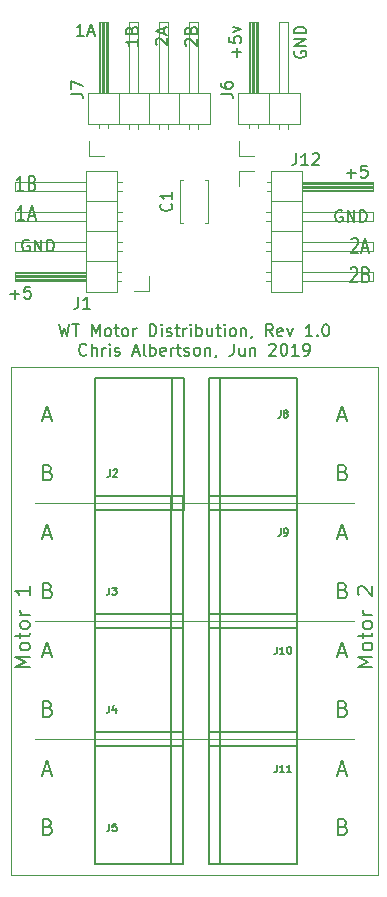
<source format=gbr>
G04 #@! TF.GenerationSoftware,KiCad,Pcbnew,(5.1.2-1)-1*
G04 #@! TF.CreationDate,2019-06-03T16:39:24-07:00*
G04 #@! TF.ProjectId,PowerDistribution,506f7765-7244-4697-9374-726962757469,rev?*
G04 #@! TF.SameCoordinates,Original*
G04 #@! TF.FileFunction,Legend,Top*
G04 #@! TF.FilePolarity,Positive*
%FSLAX46Y46*%
G04 Gerber Fmt 4.6, Leading zero omitted, Abs format (unit mm)*
G04 Created by KiCad (PCBNEW (5.1.2-1)-1) date 2019-06-03 16:39:24*
%MOMM*%
%LPD*%
G04 APERTURE LIST*
%ADD10C,0.120000*%
%ADD11C,0.150000*%
%ADD12C,0.203200*%
%ADD13C,0.127000*%
G04 APERTURE END LIST*
D10*
X111000000Y7500000D02*
X138000000Y7500000D01*
X111000000Y-12500000D02*
X138000000Y-12500000D01*
X111000000Y-2500000D02*
X138000000Y-2500000D01*
X109000000Y19000000D02*
X135000000Y19000000D01*
X109000000Y-24000000D02*
X109000000Y19000000D01*
X140000000Y-24000000D02*
X109000000Y-24000000D01*
X140000000Y19000000D02*
X140000000Y-24000000D01*
X135000000Y19000000D02*
X140000000Y19000000D01*
D11*
X137092857Y10092857D02*
X137278571Y10030952D01*
X137340476Y9969047D01*
X137402380Y9845238D01*
X137402380Y9659523D01*
X137340476Y9535714D01*
X137278571Y9473809D01*
X137154761Y9411904D01*
X136659523Y9411904D01*
X136659523Y10711904D01*
X137092857Y10711904D01*
X137216666Y10650000D01*
X137278571Y10588095D01*
X137340476Y10464285D01*
X137340476Y10340476D01*
X137278571Y10216666D01*
X137216666Y10154761D01*
X137092857Y10092857D01*
X136659523Y10092857D01*
X137092857Y92857D02*
X137278571Y30952D01*
X137340476Y-30952D01*
X137402380Y-154761D01*
X137402380Y-340476D01*
X137340476Y-464285D01*
X137278571Y-526190D01*
X137154761Y-588095D01*
X136659523Y-588095D01*
X136659523Y711904D01*
X137092857Y711904D01*
X137216666Y650000D01*
X137278571Y588095D01*
X137340476Y464285D01*
X137340476Y340476D01*
X137278571Y216666D01*
X137216666Y154761D01*
X137092857Y92857D01*
X136659523Y92857D01*
X137092857Y-9907142D02*
X137278571Y-9969047D01*
X137340476Y-10030952D01*
X137402380Y-10154761D01*
X137402380Y-10340476D01*
X137340476Y-10464285D01*
X137278571Y-10526190D01*
X137154761Y-10588095D01*
X136659523Y-10588095D01*
X136659523Y-9288095D01*
X137092857Y-9288095D01*
X137216666Y-9350000D01*
X137278571Y-9411904D01*
X137340476Y-9535714D01*
X137340476Y-9659523D01*
X137278571Y-9783333D01*
X137216666Y-9845238D01*
X137092857Y-9907142D01*
X136659523Y-9907142D01*
X137092857Y-19907142D02*
X137278571Y-19969047D01*
X137340476Y-20030952D01*
X137402380Y-20154761D01*
X137402380Y-20340476D01*
X137340476Y-20464285D01*
X137278571Y-20526190D01*
X137154761Y-20588095D01*
X136659523Y-20588095D01*
X136659523Y-19288095D01*
X137092857Y-19288095D01*
X137216666Y-19350000D01*
X137278571Y-19411904D01*
X137340476Y-19535714D01*
X137340476Y-19659523D01*
X137278571Y-19783333D01*
X137216666Y-19845238D01*
X137092857Y-19907142D01*
X136659523Y-19907142D01*
X112092857Y-19907142D02*
X112278571Y-19969047D01*
X112340476Y-20030952D01*
X112402380Y-20154761D01*
X112402380Y-20340476D01*
X112340476Y-20464285D01*
X112278571Y-20526190D01*
X112154761Y-20588095D01*
X111659523Y-20588095D01*
X111659523Y-19288095D01*
X112092857Y-19288095D01*
X112216666Y-19350000D01*
X112278571Y-19411904D01*
X112340476Y-19535714D01*
X112340476Y-19659523D01*
X112278571Y-19783333D01*
X112216666Y-19845238D01*
X112092857Y-19907142D01*
X111659523Y-19907142D01*
X112092857Y-9907142D02*
X112278571Y-9969047D01*
X112340476Y-10030952D01*
X112402380Y-10154761D01*
X112402380Y-10340476D01*
X112340476Y-10464285D01*
X112278571Y-10526190D01*
X112154761Y-10588095D01*
X111659523Y-10588095D01*
X111659523Y-9288095D01*
X112092857Y-9288095D01*
X112216666Y-9350000D01*
X112278571Y-9411904D01*
X112340476Y-9535714D01*
X112340476Y-9659523D01*
X112278571Y-9783333D01*
X112216666Y-9845238D01*
X112092857Y-9907142D01*
X111659523Y-9907142D01*
X112092857Y92857D02*
X112278571Y30952D01*
X112340476Y-30952D01*
X112402380Y-154761D01*
X112402380Y-340476D01*
X112340476Y-464285D01*
X112278571Y-526190D01*
X112154761Y-588095D01*
X111659523Y-588095D01*
X111659523Y711904D01*
X112092857Y711904D01*
X112216666Y650000D01*
X112278571Y588095D01*
X112340476Y464285D01*
X112340476Y340476D01*
X112278571Y216666D01*
X112216666Y154761D01*
X112092857Y92857D01*
X111659523Y92857D01*
X136690476Y-15216666D02*
X137309523Y-15216666D01*
X136566666Y-15588095D02*
X137000000Y-14288095D01*
X137433333Y-15588095D01*
X136690476Y-5216666D02*
X137309523Y-5216666D01*
X136566666Y-5588095D02*
X137000000Y-4288095D01*
X137433333Y-5588095D01*
X136690476Y4783333D02*
X137309523Y4783333D01*
X136566666Y4411904D02*
X137000000Y5711904D01*
X137433333Y4411904D01*
X136690476Y14783333D02*
X137309523Y14783333D01*
X136566666Y14411904D02*
X137000000Y15711904D01*
X137433333Y14411904D01*
X111690476Y-15216666D02*
X112309523Y-15216666D01*
X111566666Y-15588095D02*
X112000000Y-14288095D01*
X112433333Y-15588095D01*
X111690476Y-5216666D02*
X112309523Y-5216666D01*
X111566666Y-5588095D02*
X112000000Y-4288095D01*
X112433333Y-5588095D01*
X111690476Y4783333D02*
X112309523Y4783333D01*
X111566666Y4411904D02*
X112000000Y5711904D01*
X112433333Y4411904D01*
X112092857Y10092857D02*
X112278571Y10030952D01*
X112340476Y9969047D01*
X112402380Y9845238D01*
X112402380Y9659523D01*
X112340476Y9535714D01*
X112278571Y9473809D01*
X112154761Y9411904D01*
X111659523Y9411904D01*
X111659523Y10711904D01*
X112092857Y10711904D01*
X112216666Y10650000D01*
X112278571Y10588095D01*
X112340476Y10464285D01*
X112340476Y10340476D01*
X112278571Y10216666D01*
X112216666Y10154761D01*
X112092857Y10092857D01*
X111659523Y10092857D01*
X111690476Y14783333D02*
X112309523Y14783333D01*
X111566666Y14411904D02*
X112000000Y15711904D01*
X112433333Y14411904D01*
X113047619Y22622619D02*
X113285714Y21622619D01*
X113476190Y22336904D01*
X113666666Y21622619D01*
X113904761Y22622619D01*
X114142857Y22622619D02*
X114714285Y22622619D01*
X114428571Y21622619D02*
X114428571Y22622619D01*
X115809523Y21622619D02*
X115809523Y22622619D01*
X116142857Y21908333D01*
X116476190Y22622619D01*
X116476190Y21622619D01*
X117095238Y21622619D02*
X117000000Y21670238D01*
X116952380Y21717857D01*
X116904761Y21813095D01*
X116904761Y22098809D01*
X116952380Y22194047D01*
X117000000Y22241666D01*
X117095238Y22289285D01*
X117238095Y22289285D01*
X117333333Y22241666D01*
X117380952Y22194047D01*
X117428571Y22098809D01*
X117428571Y21813095D01*
X117380952Y21717857D01*
X117333333Y21670238D01*
X117238095Y21622619D01*
X117095238Y21622619D01*
X117714285Y22289285D02*
X118095238Y22289285D01*
X117857142Y22622619D02*
X117857142Y21765476D01*
X117904761Y21670238D01*
X118000000Y21622619D01*
X118095238Y21622619D01*
X118571428Y21622619D02*
X118476190Y21670238D01*
X118428571Y21717857D01*
X118380952Y21813095D01*
X118380952Y22098809D01*
X118428571Y22194047D01*
X118476190Y22241666D01*
X118571428Y22289285D01*
X118714285Y22289285D01*
X118809523Y22241666D01*
X118857142Y22194047D01*
X118904761Y22098809D01*
X118904761Y21813095D01*
X118857142Y21717857D01*
X118809523Y21670238D01*
X118714285Y21622619D01*
X118571428Y21622619D01*
X119333333Y21622619D02*
X119333333Y22289285D01*
X119333333Y22098809D02*
X119380952Y22194047D01*
X119428571Y22241666D01*
X119523809Y22289285D01*
X119619047Y22289285D01*
X120714285Y21622619D02*
X120714285Y22622619D01*
X120952380Y22622619D01*
X121095238Y22575000D01*
X121190476Y22479761D01*
X121238095Y22384523D01*
X121285714Y22194047D01*
X121285714Y22051190D01*
X121238095Y21860714D01*
X121190476Y21765476D01*
X121095238Y21670238D01*
X120952380Y21622619D01*
X120714285Y21622619D01*
X121714285Y21622619D02*
X121714285Y22289285D01*
X121714285Y22622619D02*
X121666666Y22575000D01*
X121714285Y22527380D01*
X121761904Y22575000D01*
X121714285Y22622619D01*
X121714285Y22527380D01*
X122142857Y21670238D02*
X122238095Y21622619D01*
X122428571Y21622619D01*
X122523809Y21670238D01*
X122571428Y21765476D01*
X122571428Y21813095D01*
X122523809Y21908333D01*
X122428571Y21955952D01*
X122285714Y21955952D01*
X122190476Y22003571D01*
X122142857Y22098809D01*
X122142857Y22146428D01*
X122190476Y22241666D01*
X122285714Y22289285D01*
X122428571Y22289285D01*
X122523809Y22241666D01*
X122857142Y22289285D02*
X123238095Y22289285D01*
X123000000Y22622619D02*
X123000000Y21765476D01*
X123047619Y21670238D01*
X123142857Y21622619D01*
X123238095Y21622619D01*
X123571428Y21622619D02*
X123571428Y22289285D01*
X123571428Y22098809D02*
X123619047Y22194047D01*
X123666666Y22241666D01*
X123761904Y22289285D01*
X123857142Y22289285D01*
X124190476Y21622619D02*
X124190476Y22289285D01*
X124190476Y22622619D02*
X124142857Y22575000D01*
X124190476Y22527380D01*
X124238095Y22575000D01*
X124190476Y22622619D01*
X124190476Y22527380D01*
X124666666Y21622619D02*
X124666666Y22622619D01*
X124666666Y22241666D02*
X124761904Y22289285D01*
X124952380Y22289285D01*
X125047619Y22241666D01*
X125095238Y22194047D01*
X125142857Y22098809D01*
X125142857Y21813095D01*
X125095238Y21717857D01*
X125047619Y21670238D01*
X124952380Y21622619D01*
X124761904Y21622619D01*
X124666666Y21670238D01*
X126000000Y22289285D02*
X126000000Y21622619D01*
X125571428Y22289285D02*
X125571428Y21765476D01*
X125619047Y21670238D01*
X125714285Y21622619D01*
X125857142Y21622619D01*
X125952380Y21670238D01*
X126000000Y21717857D01*
X126333333Y22289285D02*
X126714285Y22289285D01*
X126476190Y22622619D02*
X126476190Y21765476D01*
X126523809Y21670238D01*
X126619047Y21622619D01*
X126714285Y21622619D01*
X127047619Y21622619D02*
X127047619Y22289285D01*
X127047619Y22622619D02*
X127000000Y22575000D01*
X127047619Y22527380D01*
X127095238Y22575000D01*
X127047619Y22622619D01*
X127047619Y22527380D01*
X127666666Y21622619D02*
X127571428Y21670238D01*
X127523809Y21717857D01*
X127476190Y21813095D01*
X127476190Y22098809D01*
X127523809Y22194047D01*
X127571428Y22241666D01*
X127666666Y22289285D01*
X127809523Y22289285D01*
X127904761Y22241666D01*
X127952380Y22194047D01*
X128000000Y22098809D01*
X128000000Y21813095D01*
X127952380Y21717857D01*
X127904761Y21670238D01*
X127809523Y21622619D01*
X127666666Y21622619D01*
X128428571Y22289285D02*
X128428571Y21622619D01*
X128428571Y22194047D02*
X128476190Y22241666D01*
X128571428Y22289285D01*
X128714285Y22289285D01*
X128809523Y22241666D01*
X128857142Y22146428D01*
X128857142Y21622619D01*
X129380952Y21670238D02*
X129380952Y21622619D01*
X129333333Y21527380D01*
X129285714Y21479761D01*
X131142857Y21622619D02*
X130809523Y22098809D01*
X130571428Y21622619D02*
X130571428Y22622619D01*
X130952380Y22622619D01*
X131047619Y22575000D01*
X131095238Y22527380D01*
X131142857Y22432142D01*
X131142857Y22289285D01*
X131095238Y22194047D01*
X131047619Y22146428D01*
X130952380Y22098809D01*
X130571428Y22098809D01*
X131952380Y21670238D02*
X131857142Y21622619D01*
X131666666Y21622619D01*
X131571428Y21670238D01*
X131523809Y21765476D01*
X131523809Y22146428D01*
X131571428Y22241666D01*
X131666666Y22289285D01*
X131857142Y22289285D01*
X131952380Y22241666D01*
X132000000Y22146428D01*
X132000000Y22051190D01*
X131523809Y21955952D01*
X132333333Y22289285D02*
X132571428Y21622619D01*
X132809523Y22289285D01*
X134476190Y21622619D02*
X133904761Y21622619D01*
X134190476Y21622619D02*
X134190476Y22622619D01*
X134095238Y22479761D01*
X134000000Y22384523D01*
X133904761Y22336904D01*
X134904761Y21717857D02*
X134952380Y21670238D01*
X134904761Y21622619D01*
X134857142Y21670238D01*
X134904761Y21717857D01*
X134904761Y21622619D01*
X135571428Y22622619D02*
X135666666Y22622619D01*
X135761904Y22575000D01*
X135809523Y22527380D01*
X135857142Y22432142D01*
X135904761Y22241666D01*
X135904761Y22003571D01*
X135857142Y21813095D01*
X135809523Y21717857D01*
X135761904Y21670238D01*
X135666666Y21622619D01*
X135571428Y21622619D01*
X135476190Y21670238D01*
X135428571Y21717857D01*
X135380952Y21813095D01*
X135333333Y22003571D01*
X135333333Y22241666D01*
X135380952Y22432142D01*
X135428571Y22527380D01*
X135476190Y22575000D01*
X135571428Y22622619D01*
X115357142Y20067857D02*
X115309523Y20020238D01*
X115166666Y19972619D01*
X115071428Y19972619D01*
X114928571Y20020238D01*
X114833333Y20115476D01*
X114785714Y20210714D01*
X114738095Y20401190D01*
X114738095Y20544047D01*
X114785714Y20734523D01*
X114833333Y20829761D01*
X114928571Y20925000D01*
X115071428Y20972619D01*
X115166666Y20972619D01*
X115309523Y20925000D01*
X115357142Y20877380D01*
X115785714Y19972619D02*
X115785714Y20972619D01*
X116214285Y19972619D02*
X116214285Y20496428D01*
X116166666Y20591666D01*
X116071428Y20639285D01*
X115928571Y20639285D01*
X115833333Y20591666D01*
X115785714Y20544047D01*
X116690476Y19972619D02*
X116690476Y20639285D01*
X116690476Y20448809D02*
X116738095Y20544047D01*
X116785714Y20591666D01*
X116880952Y20639285D01*
X116976190Y20639285D01*
X117309523Y19972619D02*
X117309523Y20639285D01*
X117309523Y20972619D02*
X117261904Y20925000D01*
X117309523Y20877380D01*
X117357142Y20925000D01*
X117309523Y20972619D01*
X117309523Y20877380D01*
X117738095Y20020238D02*
X117833333Y19972619D01*
X118023809Y19972619D01*
X118119047Y20020238D01*
X118166666Y20115476D01*
X118166666Y20163095D01*
X118119047Y20258333D01*
X118023809Y20305952D01*
X117880952Y20305952D01*
X117785714Y20353571D01*
X117738095Y20448809D01*
X117738095Y20496428D01*
X117785714Y20591666D01*
X117880952Y20639285D01*
X118023809Y20639285D01*
X118119047Y20591666D01*
X119309523Y20258333D02*
X119785714Y20258333D01*
X119214285Y19972619D02*
X119547619Y20972619D01*
X119880952Y19972619D01*
X120357142Y19972619D02*
X120261904Y20020238D01*
X120214285Y20115476D01*
X120214285Y20972619D01*
X120738095Y19972619D02*
X120738095Y20972619D01*
X120738095Y20591666D02*
X120833333Y20639285D01*
X121023809Y20639285D01*
X121119047Y20591666D01*
X121166666Y20544047D01*
X121214285Y20448809D01*
X121214285Y20163095D01*
X121166666Y20067857D01*
X121119047Y20020238D01*
X121023809Y19972619D01*
X120833333Y19972619D01*
X120738095Y20020238D01*
X122023809Y20020238D02*
X121928571Y19972619D01*
X121738095Y19972619D01*
X121642857Y20020238D01*
X121595238Y20115476D01*
X121595238Y20496428D01*
X121642857Y20591666D01*
X121738095Y20639285D01*
X121928571Y20639285D01*
X122023809Y20591666D01*
X122071428Y20496428D01*
X122071428Y20401190D01*
X121595238Y20305952D01*
X122500000Y19972619D02*
X122500000Y20639285D01*
X122500000Y20448809D02*
X122547619Y20544047D01*
X122595238Y20591666D01*
X122690476Y20639285D01*
X122785714Y20639285D01*
X122976190Y20639285D02*
X123357142Y20639285D01*
X123119047Y20972619D02*
X123119047Y20115476D01*
X123166666Y20020238D01*
X123261904Y19972619D01*
X123357142Y19972619D01*
X123642857Y20020238D02*
X123738095Y19972619D01*
X123928571Y19972619D01*
X124023809Y20020238D01*
X124071428Y20115476D01*
X124071428Y20163095D01*
X124023809Y20258333D01*
X123928571Y20305952D01*
X123785714Y20305952D01*
X123690476Y20353571D01*
X123642857Y20448809D01*
X123642857Y20496428D01*
X123690476Y20591666D01*
X123785714Y20639285D01*
X123928571Y20639285D01*
X124023809Y20591666D01*
X124642857Y19972619D02*
X124547619Y20020238D01*
X124500000Y20067857D01*
X124452380Y20163095D01*
X124452380Y20448809D01*
X124500000Y20544047D01*
X124547619Y20591666D01*
X124642857Y20639285D01*
X124785714Y20639285D01*
X124880952Y20591666D01*
X124928571Y20544047D01*
X124976190Y20448809D01*
X124976190Y20163095D01*
X124928571Y20067857D01*
X124880952Y20020238D01*
X124785714Y19972619D01*
X124642857Y19972619D01*
X125404761Y20639285D02*
X125404761Y19972619D01*
X125404761Y20544047D02*
X125452380Y20591666D01*
X125547619Y20639285D01*
X125690476Y20639285D01*
X125785714Y20591666D01*
X125833333Y20496428D01*
X125833333Y19972619D01*
X126357142Y20020238D02*
X126357142Y19972619D01*
X126309523Y19877380D01*
X126261904Y19829761D01*
X127833333Y20972619D02*
X127833333Y20258333D01*
X127785714Y20115476D01*
X127690476Y20020238D01*
X127547619Y19972619D01*
X127452380Y19972619D01*
X128738095Y20639285D02*
X128738095Y19972619D01*
X128309523Y20639285D02*
X128309523Y20115476D01*
X128357142Y20020238D01*
X128452380Y19972619D01*
X128595238Y19972619D01*
X128690476Y20020238D01*
X128738095Y20067857D01*
X129214285Y20639285D02*
X129214285Y19972619D01*
X129214285Y20544047D02*
X129261904Y20591666D01*
X129357142Y20639285D01*
X129500000Y20639285D01*
X129595238Y20591666D01*
X129642857Y20496428D01*
X129642857Y19972619D01*
X130833333Y20877380D02*
X130880952Y20925000D01*
X130976190Y20972619D01*
X131214285Y20972619D01*
X131309523Y20925000D01*
X131357142Y20877380D01*
X131404761Y20782142D01*
X131404761Y20686904D01*
X131357142Y20544047D01*
X130785714Y19972619D01*
X131404761Y19972619D01*
X132023809Y20972619D02*
X132119047Y20972619D01*
X132214285Y20925000D01*
X132261904Y20877380D01*
X132309523Y20782142D01*
X132357142Y20591666D01*
X132357142Y20353571D01*
X132309523Y20163095D01*
X132261904Y20067857D01*
X132214285Y20020238D01*
X132119047Y19972619D01*
X132023809Y19972619D01*
X131928571Y20020238D01*
X131880952Y20067857D01*
X131833333Y20163095D01*
X131785714Y20353571D01*
X131785714Y20591666D01*
X131833333Y20782142D01*
X131880952Y20877380D01*
X131928571Y20925000D01*
X132023809Y20972619D01*
X133309523Y19972619D02*
X132738095Y19972619D01*
X133023809Y19972619D02*
X133023809Y20972619D01*
X132928571Y20829761D01*
X132833333Y20734523D01*
X132738095Y20686904D01*
X133785714Y19972619D02*
X133976190Y19972619D01*
X134071428Y20020238D01*
X134119047Y20067857D01*
X134214285Y20210714D01*
X134261904Y20401190D01*
X134261904Y20782142D01*
X134214285Y20877380D01*
X134166666Y20925000D01*
X134071428Y20972619D01*
X133880952Y20972619D01*
X133785714Y20925000D01*
X133738095Y20877380D01*
X133690476Y20782142D01*
X133690476Y20544047D01*
X133738095Y20448809D01*
X133785714Y20401190D01*
X133880952Y20353571D01*
X134071428Y20353571D01*
X134166666Y20401190D01*
X134214285Y20448809D01*
X134261904Y20544047D01*
X139565476Y-6363095D02*
X138315476Y-6363095D01*
X139208333Y-5946428D01*
X138315476Y-5529761D01*
X139565476Y-5529761D01*
X139565476Y-4755952D02*
X139505952Y-4875000D01*
X139446428Y-4934523D01*
X139327380Y-4994047D01*
X138970238Y-4994047D01*
X138851190Y-4934523D01*
X138791666Y-4875000D01*
X138732142Y-4755952D01*
X138732142Y-4577380D01*
X138791666Y-4458333D01*
X138851190Y-4398809D01*
X138970238Y-4339285D01*
X139327380Y-4339285D01*
X139446428Y-4398809D01*
X139505952Y-4458333D01*
X139565476Y-4577380D01*
X139565476Y-4755952D01*
X138732142Y-3982142D02*
X138732142Y-3505952D01*
X138315476Y-3803571D02*
X139386904Y-3803571D01*
X139505952Y-3744047D01*
X139565476Y-3625000D01*
X139565476Y-3505952D01*
X139565476Y-2910714D02*
X139505952Y-3029761D01*
X139446428Y-3089285D01*
X139327380Y-3148809D01*
X138970238Y-3148809D01*
X138851190Y-3089285D01*
X138791666Y-3029761D01*
X138732142Y-2910714D01*
X138732142Y-2732142D01*
X138791666Y-2613095D01*
X138851190Y-2553571D01*
X138970238Y-2494047D01*
X139327380Y-2494047D01*
X139446428Y-2553571D01*
X139505952Y-2613095D01*
X139565476Y-2732142D01*
X139565476Y-2910714D01*
X139565476Y-1958333D02*
X138732142Y-1958333D01*
X138970238Y-1958333D02*
X138851190Y-1898809D01*
X138791666Y-1839285D01*
X138732142Y-1720238D01*
X138732142Y-1601190D01*
X138434523Y-291666D02*
X138375000Y-232142D01*
X138315476Y-113095D01*
X138315476Y184523D01*
X138375000Y303571D01*
X138434523Y363095D01*
X138553571Y422619D01*
X138672619Y422619D01*
X138851190Y363095D01*
X139565476Y-351190D01*
X139565476Y422619D01*
X110560952Y-6363095D02*
X109320952Y-6363095D01*
X110206666Y-5946428D01*
X109320952Y-5529761D01*
X110560952Y-5529761D01*
X110560952Y-4755952D02*
X110501904Y-4875000D01*
X110442857Y-4934523D01*
X110324761Y-4994047D01*
X109970476Y-4994047D01*
X109852380Y-4934523D01*
X109793333Y-4875000D01*
X109734285Y-4755952D01*
X109734285Y-4577380D01*
X109793333Y-4458333D01*
X109852380Y-4398809D01*
X109970476Y-4339285D01*
X110324761Y-4339285D01*
X110442857Y-4398809D01*
X110501904Y-4458333D01*
X110560952Y-4577380D01*
X110560952Y-4755952D01*
X109734285Y-3982142D02*
X109734285Y-3505952D01*
X109320952Y-3803571D02*
X110383809Y-3803571D01*
X110501904Y-3744047D01*
X110560952Y-3625000D01*
X110560952Y-3505952D01*
X110560952Y-2910714D02*
X110501904Y-3029761D01*
X110442857Y-3089285D01*
X110324761Y-3148809D01*
X109970476Y-3148809D01*
X109852380Y-3089285D01*
X109793333Y-3029761D01*
X109734285Y-2910714D01*
X109734285Y-2732142D01*
X109793333Y-2613095D01*
X109852380Y-2553571D01*
X109970476Y-2494047D01*
X110324761Y-2494047D01*
X110442857Y-2553571D01*
X110501904Y-2613095D01*
X110560952Y-2732142D01*
X110560952Y-2910714D01*
X110560952Y-1958333D02*
X109734285Y-1958333D01*
X109970476Y-1958333D02*
X109852380Y-1898809D01*
X109793333Y-1839285D01*
X109734285Y-1720238D01*
X109734285Y-1601190D01*
X110560952Y422619D02*
X110560952Y-291666D01*
X110560952Y65476D02*
X109320952Y65476D01*
X109498095Y-53571D01*
X109616190Y-172619D01*
X109675238Y-291666D01*
X123797619Y46214285D02*
X123750000Y46261904D01*
X123702380Y46357142D01*
X123702380Y46595238D01*
X123750000Y46690476D01*
X123797619Y46738095D01*
X123892857Y46785714D01*
X123988095Y46785714D01*
X124130952Y46738095D01*
X124702380Y46166666D01*
X124702380Y46785714D01*
X124178571Y47547619D02*
X124226190Y47690476D01*
X124273809Y47738095D01*
X124369047Y47785714D01*
X124511904Y47785714D01*
X124607142Y47738095D01*
X124654761Y47690476D01*
X124702380Y47595238D01*
X124702380Y47214285D01*
X123702380Y47214285D01*
X123702380Y47547619D01*
X123750000Y47642857D01*
X123797619Y47690476D01*
X123892857Y47738095D01*
X123988095Y47738095D01*
X124083333Y47690476D01*
X124130952Y47642857D01*
X124178571Y47547619D01*
X124178571Y47214285D01*
X121297619Y46285714D02*
X121250000Y46333333D01*
X121202380Y46428571D01*
X121202380Y46666666D01*
X121250000Y46761904D01*
X121297619Y46809523D01*
X121392857Y46857142D01*
X121488095Y46857142D01*
X121630952Y46809523D01*
X122202380Y46238095D01*
X122202380Y46857142D01*
X121916666Y47238095D02*
X121916666Y47714285D01*
X122202380Y47142857D02*
X121202380Y47476190D01*
X122202380Y47809523D01*
X119702380Y46785714D02*
X119702380Y46214285D01*
X119702380Y46500000D02*
X118702380Y46500000D01*
X118845238Y46404761D01*
X118940476Y46309523D01*
X118988095Y46214285D01*
X119178571Y47547619D02*
X119226190Y47690476D01*
X119273809Y47738095D01*
X119369047Y47785714D01*
X119511904Y47785714D01*
X119607142Y47738095D01*
X119654761Y47690476D01*
X119702380Y47595238D01*
X119702380Y47214285D01*
X118702380Y47214285D01*
X118702380Y47547619D01*
X118750000Y47642857D01*
X118797619Y47690476D01*
X118892857Y47738095D01*
X118988095Y47738095D01*
X119083333Y47690476D01*
X119130952Y47642857D01*
X119178571Y47547619D01*
X119178571Y47214285D01*
X115107142Y47047619D02*
X114535714Y47047619D01*
X114821428Y47047619D02*
X114821428Y48047619D01*
X114726190Y47904761D01*
X114630952Y47809523D01*
X114535714Y47761904D01*
X115488095Y47333333D02*
X115964285Y47333333D01*
X115392857Y47047619D02*
X115726190Y48047619D01*
X116059523Y47047619D01*
X108892857Y25178571D02*
X109654761Y25178571D01*
X109273809Y24797619D02*
X109273809Y25559523D01*
X110607142Y25797619D02*
X110130952Y25797619D01*
X110083333Y25321428D01*
X110130952Y25369047D01*
X110226190Y25416666D01*
X110464285Y25416666D01*
X110559523Y25369047D01*
X110607142Y25321428D01*
X110654761Y25226190D01*
X110654761Y24988095D01*
X110607142Y24892857D01*
X110559523Y24845238D01*
X110464285Y24797619D01*
X110226190Y24797619D01*
X110130952Y24845238D01*
X110083333Y24892857D01*
X137392857Y35428571D02*
X138154761Y35428571D01*
X137773809Y35047619D02*
X137773809Y35809523D01*
X139107142Y36047619D02*
X138630952Y36047619D01*
X138583333Y35571428D01*
X138630952Y35619047D01*
X138726190Y35666666D01*
X138964285Y35666666D01*
X139059523Y35619047D01*
X139107142Y35571428D01*
X139154761Y35476190D01*
X139154761Y35238095D01*
X139107142Y35142857D01*
X139059523Y35095238D01*
X138964285Y35047619D01*
X138726190Y35047619D01*
X138630952Y35095238D01*
X138583333Y35142857D01*
X137714285Y27315476D02*
X137761904Y27375000D01*
X137857142Y27434523D01*
X138095238Y27434523D01*
X138190476Y27375000D01*
X138238095Y27315476D01*
X138285714Y27196428D01*
X138285714Y27077380D01*
X138238095Y26898809D01*
X137666666Y26184523D01*
X138285714Y26184523D01*
X139047619Y26839285D02*
X139190476Y26779761D01*
X139238095Y26720238D01*
X139285714Y26601190D01*
X139285714Y26422619D01*
X139238095Y26303571D01*
X139190476Y26244047D01*
X139095238Y26184523D01*
X138714285Y26184523D01*
X138714285Y27434523D01*
X139047619Y27434523D01*
X139142857Y27375000D01*
X139190476Y27315476D01*
X139238095Y27196428D01*
X139238095Y27077380D01*
X139190476Y26958333D01*
X139142857Y26898809D01*
X139047619Y26839285D01*
X138714285Y26839285D01*
X137785714Y29815476D02*
X137833333Y29875000D01*
X137928571Y29934523D01*
X138166666Y29934523D01*
X138261904Y29875000D01*
X138309523Y29815476D01*
X138357142Y29696428D01*
X138357142Y29577380D01*
X138309523Y29398809D01*
X137738095Y28684523D01*
X138357142Y28684523D01*
X138738095Y29041666D02*
X139214285Y29041666D01*
X138642857Y28684523D02*
X138976190Y29934523D01*
X139309523Y28684523D01*
X110035714Y33934523D02*
X109464285Y33934523D01*
X109750000Y33934523D02*
X109750000Y35184523D01*
X109654761Y35005952D01*
X109559523Y34886904D01*
X109464285Y34827380D01*
X110797619Y34589285D02*
X110940476Y34529761D01*
X110988095Y34470238D01*
X111035714Y34351190D01*
X111035714Y34172619D01*
X110988095Y34053571D01*
X110940476Y33994047D01*
X110845238Y33934523D01*
X110464285Y33934523D01*
X110464285Y35184523D01*
X110797619Y35184523D01*
X110892857Y35125000D01*
X110940476Y35065476D01*
X110988095Y34946428D01*
X110988095Y34827380D01*
X110940476Y34708333D01*
X110892857Y34648809D01*
X110797619Y34589285D01*
X110464285Y34589285D01*
X110107142Y31434523D02*
X109535714Y31434523D01*
X109821428Y31434523D02*
X109821428Y32684523D01*
X109726190Y32505952D01*
X109630952Y32386904D01*
X109535714Y32327380D01*
X110488095Y31791666D02*
X110964285Y31791666D01*
X110392857Y31434523D02*
X110726190Y32684523D01*
X111059523Y31434523D01*
X110488095Y29750000D02*
X110392857Y29797619D01*
X110250000Y29797619D01*
X110107142Y29750000D01*
X110011904Y29654761D01*
X109964285Y29559523D01*
X109916666Y29369047D01*
X109916666Y29226190D01*
X109964285Y29035714D01*
X110011904Y28940476D01*
X110107142Y28845238D01*
X110250000Y28797619D01*
X110345238Y28797619D01*
X110488095Y28845238D01*
X110535714Y28892857D01*
X110535714Y29226190D01*
X110345238Y29226190D01*
X110964285Y28797619D02*
X110964285Y29797619D01*
X111535714Y28797619D01*
X111535714Y29797619D01*
X112011904Y28797619D02*
X112011904Y29797619D01*
X112250000Y29797619D01*
X112392857Y29750000D01*
X112488095Y29654761D01*
X112535714Y29559523D01*
X112583333Y29369047D01*
X112583333Y29226190D01*
X112535714Y29035714D01*
X112488095Y28940476D01*
X112392857Y28845238D01*
X112250000Y28797619D01*
X112011904Y28797619D01*
X136988095Y32250000D02*
X136892857Y32297619D01*
X136750000Y32297619D01*
X136607142Y32250000D01*
X136511904Y32154761D01*
X136464285Y32059523D01*
X136416666Y31869047D01*
X136416666Y31726190D01*
X136464285Y31535714D01*
X136511904Y31440476D01*
X136607142Y31345238D01*
X136750000Y31297619D01*
X136845238Y31297619D01*
X136988095Y31345238D01*
X137035714Y31392857D01*
X137035714Y31726190D01*
X136845238Y31726190D01*
X137464285Y31297619D02*
X137464285Y32297619D01*
X138035714Y31297619D01*
X138035714Y32297619D01*
X138511904Y31297619D02*
X138511904Y32297619D01*
X138750000Y32297619D01*
X138892857Y32250000D01*
X138988095Y32154761D01*
X139035714Y32059523D01*
X139083333Y31869047D01*
X139083333Y31726190D01*
X139035714Y31535714D01*
X138988095Y31440476D01*
X138892857Y31345238D01*
X138750000Y31297619D01*
X138511904Y31297619D01*
X133000000Y45738095D02*
X132952380Y45642857D01*
X132952380Y45500000D01*
X133000000Y45357142D01*
X133095238Y45261904D01*
X133190476Y45214285D01*
X133380952Y45166666D01*
X133523809Y45166666D01*
X133714285Y45214285D01*
X133809523Y45261904D01*
X133904761Y45357142D01*
X133952380Y45500000D01*
X133952380Y45595238D01*
X133904761Y45738095D01*
X133857142Y45785714D01*
X133523809Y45785714D01*
X133523809Y45595238D01*
X133952380Y46214285D02*
X132952380Y46214285D01*
X133952380Y46785714D01*
X132952380Y46785714D01*
X133952380Y47261904D02*
X132952380Y47261904D01*
X132952380Y47500000D01*
X133000000Y47642857D01*
X133095238Y47738095D01*
X133190476Y47785714D01*
X133380952Y47833333D01*
X133523809Y47833333D01*
X133714285Y47785714D01*
X133809523Y47738095D01*
X133904761Y47642857D01*
X133952380Y47500000D01*
X133952380Y47261904D01*
X128071428Y45261904D02*
X128071428Y46023809D01*
X128452380Y45642857D02*
X127690476Y45642857D01*
X127452380Y46976190D02*
X127452380Y46500000D01*
X127928571Y46452380D01*
X127880952Y46500000D01*
X127833333Y46595238D01*
X127833333Y46833333D01*
X127880952Y46928571D01*
X127928571Y46976190D01*
X128023809Y47023809D01*
X128261904Y47023809D01*
X128357142Y46976190D01*
X128404761Y46928571D01*
X128452380Y46833333D01*
X128452380Y46595238D01*
X128404761Y46500000D01*
X128357142Y46452380D01*
X127785714Y47357142D02*
X128452380Y47595238D01*
X127785714Y47833333D01*
D12*
X126701300Y-23097520D02*
X126701300Y-11901200D01*
X126701300Y-11901200D02*
X133198620Y-11901200D01*
X125700540Y-11901200D02*
X126701300Y-11901200D01*
X125700540Y-23097520D02*
X125700540Y-11901200D01*
X126701300Y-23097520D02*
X125700540Y-23097520D01*
X133198620Y-23097520D02*
X126701300Y-23097520D01*
X133198620Y-11901200D02*
X133198620Y-23097520D01*
X126701300Y-13097520D02*
X126701300Y-1901200D01*
X126701300Y-1901200D02*
X133198620Y-1901200D01*
X125700540Y-1901200D02*
X126701300Y-1901200D01*
X125700540Y-13097520D02*
X125700540Y-1901200D01*
X126701300Y-13097520D02*
X125700540Y-13097520D01*
X133198620Y-13097520D02*
X126701300Y-13097520D01*
X133198620Y-1901200D02*
X133198620Y-13097520D01*
X126701300Y-3097520D02*
X126701300Y8098800D01*
X126701300Y8098800D02*
X133198620Y8098800D01*
X125700540Y8098800D02*
X126701300Y8098800D01*
X125700540Y-3097520D02*
X125700540Y8098800D01*
X126701300Y-3097520D02*
X125700540Y-3097520D01*
X133198620Y-3097520D02*
X126701300Y-3097520D01*
X133198620Y8098800D02*
X133198620Y-3097520D01*
X126701300Y6902480D02*
X126701300Y18098800D01*
X126701300Y18098800D02*
X133198620Y18098800D01*
X125700540Y18098800D02*
X126701300Y18098800D01*
X125700540Y6902480D02*
X125700540Y18098800D01*
X126701300Y6902480D02*
X125700540Y6902480D01*
X133198620Y6902480D02*
X126701300Y6902480D01*
X133198620Y18098800D02*
X133198620Y6902480D01*
X122548700Y-11902480D02*
X122548700Y-23098800D01*
X122548700Y-23098800D02*
X116051380Y-23098800D01*
X123549460Y-23098800D02*
X122548700Y-23098800D01*
X123549460Y-11902480D02*
X123549460Y-23098800D01*
X122548700Y-11902480D02*
X123549460Y-11902480D01*
X116051380Y-11902480D02*
X122548700Y-11902480D01*
X116051380Y-23098800D02*
X116051380Y-11902480D01*
X122548700Y-1902480D02*
X122548700Y-13098800D01*
X122548700Y-13098800D02*
X116051380Y-13098800D01*
X123549460Y-13098800D02*
X122548700Y-13098800D01*
X123549460Y-1902480D02*
X123549460Y-13098800D01*
X122548700Y-1902480D02*
X123549460Y-1902480D01*
X116051380Y-1902480D02*
X122548700Y-1902480D01*
X116051380Y-13098800D02*
X116051380Y-1902480D01*
X122548700Y8097520D02*
X122548700Y-3098800D01*
X122548700Y-3098800D02*
X116051380Y-3098800D01*
X123549460Y-3098800D02*
X122548700Y-3098800D01*
X123549460Y8097520D02*
X123549460Y-3098800D01*
X122548700Y8097520D02*
X123549460Y8097520D01*
X116051380Y8097520D02*
X122548700Y8097520D01*
X116051380Y-3098800D02*
X116051380Y8097520D01*
X122583700Y18097520D02*
X122583700Y6901200D01*
X122583700Y6901200D02*
X116086380Y6901200D01*
X123584460Y6901200D02*
X122583700Y6901200D01*
X123584460Y18097520D02*
X123584460Y6901200D01*
X122583700Y18097520D02*
X123584460Y18097520D01*
X116086380Y18097520D02*
X122583700Y18097520D01*
X116086380Y6901200D02*
X116086380Y18097520D01*
D10*
X125385000Y34820000D02*
X125630000Y34820000D01*
X123290000Y34820000D02*
X123535000Y34820000D01*
X125385000Y31180000D02*
X125630000Y31180000D01*
X123290000Y31180000D02*
X123535000Y31180000D01*
X125630000Y31180000D02*
X125630000Y34820000D01*
X123290000Y31180000D02*
X123290000Y34820000D01*
X120650000Y25400000D02*
X119380000Y25400000D01*
X120650000Y26670000D02*
X120650000Y25400000D01*
X118337071Y34670000D02*
X117940000Y34670000D01*
X118337071Y33910000D02*
X117940000Y33910000D01*
X109280000Y34670000D02*
X115280000Y34670000D01*
X109280000Y33910000D02*
X109280000Y34670000D01*
X115280000Y33910000D02*
X109280000Y33910000D01*
X117940000Y33020000D02*
X115280000Y33020000D01*
X118337071Y32130000D02*
X117940000Y32130000D01*
X118337071Y31370000D02*
X117940000Y31370000D01*
X109280000Y32130000D02*
X115280000Y32130000D01*
X109280000Y31370000D02*
X109280000Y32130000D01*
X115280000Y31370000D02*
X109280000Y31370000D01*
X117940000Y30480000D02*
X115280000Y30480000D01*
X118337071Y29590000D02*
X117940000Y29590000D01*
X118337071Y28830000D02*
X117940000Y28830000D01*
X109280000Y29590000D02*
X115280000Y29590000D01*
X109280000Y28830000D02*
X109280000Y29590000D01*
X115280000Y28830000D02*
X109280000Y28830000D01*
X117940000Y27940000D02*
X115280000Y27940000D01*
X118270000Y27050000D02*
X117940000Y27050000D01*
X118270000Y26290000D02*
X117940000Y26290000D01*
X115280000Y26950000D02*
X109280000Y26950000D01*
X115280000Y26830000D02*
X109280000Y26830000D01*
X115280000Y26710000D02*
X109280000Y26710000D01*
X115280000Y26590000D02*
X109280000Y26590000D01*
X115280000Y26470000D02*
X109280000Y26470000D01*
X115280000Y26350000D02*
X109280000Y26350000D01*
X109280000Y27050000D02*
X115280000Y27050000D01*
X109280000Y26290000D02*
X109280000Y27050000D01*
X115280000Y26290000D02*
X109280000Y26290000D01*
X115280000Y25340000D02*
X117940000Y25340000D01*
X115280000Y35620000D02*
X115280000Y25340000D01*
X117940000Y35620000D02*
X115280000Y35620000D01*
X117940000Y25340000D02*
X117940000Y35620000D01*
X128270000Y36830000D02*
X128270000Y38100000D01*
X129540000Y36830000D02*
X128270000Y36830000D01*
X132460000Y39142929D02*
X132460000Y39540000D01*
X131700000Y39142929D02*
X131700000Y39540000D01*
X132460000Y48200000D02*
X132460000Y42200000D01*
X131700000Y48200000D02*
X132460000Y48200000D01*
X131700000Y42200000D02*
X131700000Y48200000D01*
X130810000Y39540000D02*
X130810000Y42200000D01*
X129920000Y39210000D02*
X129920000Y39540000D01*
X129160000Y39210000D02*
X129160000Y39540000D01*
X129820000Y42200000D02*
X129820000Y48200000D01*
X129700000Y42200000D02*
X129700000Y48200000D01*
X129580000Y42200000D02*
X129580000Y48200000D01*
X129460000Y42200000D02*
X129460000Y48200000D01*
X129340000Y42200000D02*
X129340000Y48200000D01*
X129220000Y42200000D02*
X129220000Y48200000D01*
X129920000Y48200000D02*
X129920000Y42200000D01*
X129160000Y48200000D02*
X129920000Y48200000D01*
X129160000Y42200000D02*
X129160000Y48200000D01*
X128210000Y42200000D02*
X128210000Y39540000D01*
X133410000Y42200000D02*
X128210000Y42200000D01*
X133410000Y39540000D02*
X133410000Y42200000D01*
X128210000Y39540000D02*
X133410000Y39540000D01*
X115570000Y36830000D02*
X115570000Y38100000D01*
X116840000Y36830000D02*
X115570000Y36830000D01*
X124840000Y39142929D02*
X124840000Y39540000D01*
X124080000Y39142929D02*
X124080000Y39540000D01*
X124840000Y48200000D02*
X124840000Y42200000D01*
X124080000Y48200000D02*
X124840000Y48200000D01*
X124080000Y42200000D02*
X124080000Y48200000D01*
X123190000Y39540000D02*
X123190000Y42200000D01*
X122300000Y39142929D02*
X122300000Y39540000D01*
X121540000Y39142929D02*
X121540000Y39540000D01*
X122300000Y48200000D02*
X122300000Y42200000D01*
X121540000Y48200000D02*
X122300000Y48200000D01*
X121540000Y42200000D02*
X121540000Y48200000D01*
X120650000Y39540000D02*
X120650000Y42200000D01*
X119760000Y39142929D02*
X119760000Y39540000D01*
X119000000Y39142929D02*
X119000000Y39540000D01*
X119760000Y48200000D02*
X119760000Y42200000D01*
X119000000Y48200000D02*
X119760000Y48200000D01*
X119000000Y42200000D02*
X119000000Y48200000D01*
X118110000Y39540000D02*
X118110000Y42200000D01*
X117220000Y39210000D02*
X117220000Y39540000D01*
X116460000Y39210000D02*
X116460000Y39540000D01*
X117120000Y42200000D02*
X117120000Y48200000D01*
X117000000Y42200000D02*
X117000000Y48200000D01*
X116880000Y42200000D02*
X116880000Y48200000D01*
X116760000Y42200000D02*
X116760000Y48200000D01*
X116640000Y42200000D02*
X116640000Y48200000D01*
X116520000Y42200000D02*
X116520000Y48200000D01*
X117220000Y48200000D02*
X117220000Y42200000D01*
X116460000Y48200000D02*
X117220000Y48200000D01*
X116460000Y42200000D02*
X116460000Y48200000D01*
X115510000Y42200000D02*
X115510000Y39540000D01*
X125790000Y42200000D02*
X115510000Y42200000D01*
X125790000Y39540000D02*
X125790000Y42200000D01*
X115510000Y39540000D02*
X125790000Y39540000D01*
X128270000Y35560000D02*
X129540000Y35560000D01*
X128270000Y34290000D02*
X128270000Y35560000D01*
X130582929Y26290000D02*
X130980000Y26290000D01*
X130582929Y27050000D02*
X130980000Y27050000D01*
X139640000Y26290000D02*
X133640000Y26290000D01*
X139640000Y27050000D02*
X139640000Y26290000D01*
X133640000Y27050000D02*
X139640000Y27050000D01*
X130980000Y27940000D02*
X133640000Y27940000D01*
X130582929Y28830000D02*
X130980000Y28830000D01*
X130582929Y29590000D02*
X130980000Y29590000D01*
X139640000Y28830000D02*
X133640000Y28830000D01*
X139640000Y29590000D02*
X139640000Y28830000D01*
X133640000Y29590000D02*
X139640000Y29590000D01*
X130980000Y30480000D02*
X133640000Y30480000D01*
X130582929Y31370000D02*
X130980000Y31370000D01*
X130582929Y32130000D02*
X130980000Y32130000D01*
X139640000Y31370000D02*
X133640000Y31370000D01*
X139640000Y32130000D02*
X139640000Y31370000D01*
X133640000Y32130000D02*
X139640000Y32130000D01*
X130980000Y33020000D02*
X133640000Y33020000D01*
X130650000Y33910000D02*
X130980000Y33910000D01*
X130650000Y34670000D02*
X130980000Y34670000D01*
X133640000Y34010000D02*
X139640000Y34010000D01*
X133640000Y34130000D02*
X139640000Y34130000D01*
X133640000Y34250000D02*
X139640000Y34250000D01*
X133640000Y34370000D02*
X139640000Y34370000D01*
X133640000Y34490000D02*
X139640000Y34490000D01*
X133640000Y34610000D02*
X139640000Y34610000D01*
X139640000Y33910000D02*
X133640000Y33910000D01*
X139640000Y34670000D02*
X139640000Y33910000D01*
X133640000Y34670000D02*
X139640000Y34670000D01*
X133640000Y35620000D02*
X130980000Y35620000D01*
X133640000Y25340000D02*
X133640000Y35620000D01*
X130980000Y25340000D02*
X133640000Y25340000D01*
X130980000Y35620000D02*
X130980000Y25340000D01*
D13*
X131506514Y-14666171D02*
X131506514Y-15101600D01*
X131477485Y-15188685D01*
X131419428Y-15246742D01*
X131332342Y-15275771D01*
X131274285Y-15275771D01*
X132116114Y-15275771D02*
X131767771Y-15275771D01*
X131941942Y-15275771D02*
X131941942Y-14666171D01*
X131883885Y-14753257D01*
X131825828Y-14811314D01*
X131767771Y-14840342D01*
X132696685Y-15275771D02*
X132348342Y-15275771D01*
X132522514Y-15275771D02*
X132522514Y-14666171D01*
X132464457Y-14753257D01*
X132406400Y-14811314D01*
X132348342Y-14840342D01*
X131506514Y-4666171D02*
X131506514Y-5101600D01*
X131477485Y-5188685D01*
X131419428Y-5246742D01*
X131332342Y-5275771D01*
X131274285Y-5275771D01*
X132116114Y-5275771D02*
X131767771Y-5275771D01*
X131941942Y-5275771D02*
X131941942Y-4666171D01*
X131883885Y-4753257D01*
X131825828Y-4811314D01*
X131767771Y-4840342D01*
X132493485Y-4666171D02*
X132551542Y-4666171D01*
X132609600Y-4695200D01*
X132638628Y-4724228D01*
X132667657Y-4782285D01*
X132696685Y-4898400D01*
X132696685Y-5043542D01*
X132667657Y-5159657D01*
X132638628Y-5217714D01*
X132609600Y-5246742D01*
X132551542Y-5275771D01*
X132493485Y-5275771D01*
X132435428Y-5246742D01*
X132406400Y-5217714D01*
X132377371Y-5159657D01*
X132348342Y-5043542D01*
X132348342Y-4898400D01*
X132377371Y-4782285D01*
X132406400Y-4724228D01*
X132435428Y-4695200D01*
X132493485Y-4666171D01*
X131796800Y5333828D02*
X131796800Y4898400D01*
X131767771Y4811314D01*
X131709714Y4753257D01*
X131622628Y4724228D01*
X131564571Y4724228D01*
X132116114Y4724228D02*
X132232228Y4724228D01*
X132290285Y4753257D01*
X132319314Y4782285D01*
X132377371Y4869371D01*
X132406400Y4985485D01*
X132406400Y5217714D01*
X132377371Y5275771D01*
X132348342Y5304800D01*
X132290285Y5333828D01*
X132174171Y5333828D01*
X132116114Y5304800D01*
X132087085Y5275771D01*
X132058057Y5217714D01*
X132058057Y5072571D01*
X132087085Y5014514D01*
X132116114Y4985485D01*
X132174171Y4956457D01*
X132290285Y4956457D01*
X132348342Y4985485D01*
X132377371Y5014514D01*
X132406400Y5072571D01*
X131796800Y15333828D02*
X131796800Y14898400D01*
X131767771Y14811314D01*
X131709714Y14753257D01*
X131622628Y14724228D01*
X131564571Y14724228D01*
X132174171Y15072571D02*
X132116114Y15101600D01*
X132087085Y15130628D01*
X132058057Y15188685D01*
X132058057Y15217714D01*
X132087085Y15275771D01*
X132116114Y15304800D01*
X132174171Y15333828D01*
X132290285Y15333828D01*
X132348342Y15304800D01*
X132377371Y15275771D01*
X132406400Y15217714D01*
X132406400Y15188685D01*
X132377371Y15130628D01*
X132348342Y15101600D01*
X132290285Y15072571D01*
X132174171Y15072571D01*
X132116114Y15043542D01*
X132087085Y15014514D01*
X132058057Y14956457D01*
X132058057Y14840342D01*
X132087085Y14782285D01*
X132116114Y14753257D01*
X132174171Y14724228D01*
X132290285Y14724228D01*
X132348342Y14753257D01*
X132377371Y14782285D01*
X132406400Y14840342D01*
X132406400Y14956457D01*
X132377371Y15014514D01*
X132348342Y15043542D01*
X132290285Y15072571D01*
X117296800Y-19666171D02*
X117296800Y-20101600D01*
X117267771Y-20188685D01*
X117209714Y-20246742D01*
X117122628Y-20275771D01*
X117064571Y-20275771D01*
X117877371Y-19666171D02*
X117587085Y-19666171D01*
X117558057Y-19956457D01*
X117587085Y-19927428D01*
X117645142Y-19898400D01*
X117790285Y-19898400D01*
X117848342Y-19927428D01*
X117877371Y-19956457D01*
X117906400Y-20014514D01*
X117906400Y-20159657D01*
X117877371Y-20217714D01*
X117848342Y-20246742D01*
X117790285Y-20275771D01*
X117645142Y-20275771D01*
X117587085Y-20246742D01*
X117558057Y-20217714D01*
X117296800Y-9666171D02*
X117296800Y-10101600D01*
X117267771Y-10188685D01*
X117209714Y-10246742D01*
X117122628Y-10275771D01*
X117064571Y-10275771D01*
X117848342Y-9869371D02*
X117848342Y-10275771D01*
X117703200Y-9637142D02*
X117558057Y-10072571D01*
X117935428Y-10072571D01*
X117296800Y333828D02*
X117296800Y-101600D01*
X117267771Y-188685D01*
X117209714Y-246742D01*
X117122628Y-275771D01*
X117064571Y-275771D01*
X117529028Y333828D02*
X117906400Y333828D01*
X117703200Y101600D01*
X117790285Y101600D01*
X117848342Y72571D01*
X117877371Y43542D01*
X117906400Y-14514D01*
X117906400Y-159657D01*
X117877371Y-217714D01*
X117848342Y-246742D01*
X117790285Y-275771D01*
X117616114Y-275771D01*
X117558057Y-246742D01*
X117529028Y-217714D01*
X117366800Y10333828D02*
X117366800Y9898400D01*
X117337771Y9811314D01*
X117279714Y9753257D01*
X117192628Y9724228D01*
X117134571Y9724228D01*
X117628057Y10275771D02*
X117657085Y10304800D01*
X117715142Y10333828D01*
X117860285Y10333828D01*
X117918342Y10304800D01*
X117947371Y10275771D01*
X117976400Y10217714D01*
X117976400Y10159657D01*
X117947371Y10072571D01*
X117599028Y9724228D01*
X117976400Y9724228D01*
D11*
X122517142Y32833333D02*
X122564761Y32785714D01*
X122612380Y32642857D01*
X122612380Y32547619D01*
X122564761Y32404761D01*
X122469523Y32309523D01*
X122374285Y32261904D01*
X122183809Y32214285D01*
X122040952Y32214285D01*
X121850476Y32261904D01*
X121755238Y32309523D01*
X121660000Y32404761D01*
X121612380Y32547619D01*
X121612380Y32642857D01*
X121660000Y32785714D01*
X121707619Y32833333D01*
X122612380Y33785714D02*
X122612380Y33214285D01*
X122612380Y33500000D02*
X121612380Y33500000D01*
X121755238Y33404761D01*
X121850476Y33309523D01*
X121898095Y33214285D01*
X114661666Y24947619D02*
X114661666Y24233333D01*
X114614047Y24090476D01*
X114518809Y23995238D01*
X114375952Y23947619D01*
X114280714Y23947619D01*
X115661666Y23947619D02*
X115090238Y23947619D01*
X115375952Y23947619D02*
X115375952Y24947619D01*
X115280714Y24804761D01*
X115185476Y24709523D01*
X115090238Y24661904D01*
X126722380Y42151666D02*
X127436666Y42151666D01*
X127579523Y42104047D01*
X127674761Y42008809D01*
X127722380Y41865952D01*
X127722380Y41770714D01*
X126722380Y43056428D02*
X126722380Y42865952D01*
X126770000Y42770714D01*
X126817619Y42723095D01*
X126960476Y42627857D01*
X127150952Y42580238D01*
X127531904Y42580238D01*
X127627142Y42627857D01*
X127674761Y42675476D01*
X127722380Y42770714D01*
X127722380Y42961190D01*
X127674761Y43056428D01*
X127627142Y43104047D01*
X127531904Y43151666D01*
X127293809Y43151666D01*
X127198571Y43104047D01*
X127150952Y43056428D01*
X127103333Y42961190D01*
X127103333Y42770714D01*
X127150952Y42675476D01*
X127198571Y42627857D01*
X127293809Y42580238D01*
X114022380Y42151666D02*
X114736666Y42151666D01*
X114879523Y42104047D01*
X114974761Y42008809D01*
X115022380Y41865952D01*
X115022380Y41770714D01*
X114022380Y42532619D02*
X114022380Y43199285D01*
X115022380Y42770714D01*
X133115476Y37107619D02*
X133115476Y36393333D01*
X133067857Y36250476D01*
X132972619Y36155238D01*
X132829761Y36107619D01*
X132734523Y36107619D01*
X134115476Y36107619D02*
X133544047Y36107619D01*
X133829761Y36107619D02*
X133829761Y37107619D01*
X133734523Y36964761D01*
X133639285Y36869523D01*
X133544047Y36821904D01*
X134496428Y37012380D02*
X134544047Y37060000D01*
X134639285Y37107619D01*
X134877380Y37107619D01*
X134972619Y37060000D01*
X135020238Y37012380D01*
X135067857Y36917142D01*
X135067857Y36821904D01*
X135020238Y36679047D01*
X134448809Y36107619D01*
X135067857Y36107619D01*
M02*

</source>
